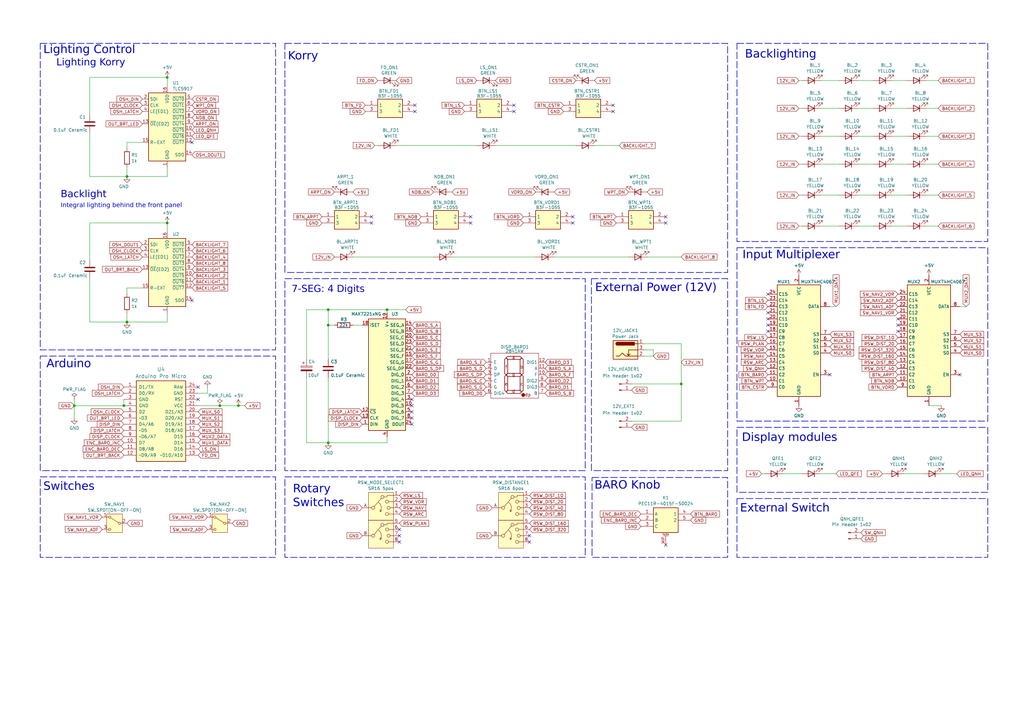
<source format=kicad_sch>
(kicad_sch (version 20231120) (generator "eeschema") (generator_version "8.0")
  (paper "A3")
  (title_block (title "EFIS Panel Left") (date "2024-12-08") (rev "V1.0") (company "S.K."))
  (junction (at 134.62 181.61))
  (junction (at 158.75 127))
  (junction (at 134.62 127))
  (junction (at 50.8 166.37))
  (junction (at 90.17 166.37))
  (junction (at 68.58 91.44))
  (junction (at 30.48 166.37))
  (junction (at 68.58 31.75))
  (junction (at 134.62 133.35))
  (junction (at 279.4 157.48))
  (junction (at 97.79 166.37))
  (junction (at 52.07 132.08))
  (junction (at 52.07 72.39))
  (no_connect (at 81.28 163.83))
  (no_connect (at 168.91 171.45))
  (no_connect (at 314.96 135.89))
  (no_connect (at 168.91 166.37))
  (no_connect (at 210.82 45.72))
  (no_connect (at 273.05 88.9))
  (no_connect (at 78.74 123.19))
  (no_connect (at 314.96 133.35))
  (no_connect (at 314.96 130.81))
  (no_connect (at 152.4 88.9))
  (no_connect (at 251.46 45.72))
  (no_connect (at 273.05 223.52))
  (no_connect (at 81.28 158.75))
  (no_connect (at 393.7 153.67))
  (no_connect (at 193.04 88.9))
  (no_connect (at 163.83 219.71))
  (no_connect (at 234.95 91.44))
  (no_connect (at 217.17 219.71))
  (no_connect (at 163.83 217.17))
  (no_connect (at 168.91 173.99))
  (no_connect (at 273.05 91.44))
  (no_connect (at 193.04 91.44))
  (no_connect (at 170.18 43.18))
  (no_connect (at 314.96 128.27))
  (no_connect (at 78.74 58.42))
  (no_connect (at 152.4 91.44))
  (no_connect (at 168.91 168.91))
  (no_connect (at 234.95 88.9))
  (no_connect (at 368.3 135.89))
  (no_connect (at 368.3 133.35))
  (no_connect (at 163.83 222.25))
  (no_connect (at 314.96 120.65))
  (no_connect (at 217.17 222.25))
  (no_connect (at 251.46 43.18))
  (no_connect (at 368.3 130.81))
  (no_connect (at 168.91 163.83))
  (no_connect (at 210.82 43.18))
  (no_connect (at 340.36 153.67))
  (no_connect (at 170.18 45.72))
  (wire (pts (xy 279.4 140.97) (xy 279.4 157.48)))
  (wire (pts (xy 134.62 181.61) (xy 125.73 181.61)))
  (wire (pts (xy 396.24 125.73) (xy 393.7 125.73)))
  (wire (pts (xy 336.55 44.45) (xy 344.17 44.45)))
  (wire (pts (xy 36.83 132.08) (xy 52.07 132.08)))
  (wire (pts (xy 351.79 33.02) (xy 358.14 33.02)))
  (wire (pts (xy 379.73 67.31) (xy 384.81 67.31)))
  (wire (pts (xy 125.73 147.32) (xy 125.73 127)))
  (wire (pts (xy 379.73 80.01) (xy 384.81 80.01)))
  (wire (pts (xy 52.07 118.11) (xy 52.07 120.65)))
  (wire (pts (xy 137.16 133.35) (xy 134.62 133.35)))
  (wire (pts (xy 52.07 72.39) (xy 68.58 72.39)))
  (wire (pts (xy 36.83 72.39) (xy 52.07 72.39)))
  (wire (pts (xy 158.75 181.61) (xy 134.62 181.61)))
  (wire (pts (xy 36.83 91.44) (xy 36.83 106.68)))
  (wire (pts (xy 336.55 194.31) (xy 342.9 194.31)))
  (wire (pts (xy 328.93 67.31) (xy 327.66 67.31)))
  (wire (pts (xy 386.08 194.31) (xy 392.43 194.31)))
  (wire (pts (xy 351.79 80.01) (xy 358.14 80.01)))
  (wire (pts (xy 154.94 59.69) (xy 153.67 59.69)))
  (wire (pts (xy 243.84 59.69) (xy 254 59.69)))
  (wire (pts (xy 264.16 140.97) (xy 279.4 140.97)))
  (wire (pts (xy 68.58 72.39) (xy 68.58 68.58)))
  (wire (pts (xy 52.07 68.58) (xy 52.07 72.39)))
  (wire (pts (xy 36.83 31.75) (xy 36.83 46.99)))
  (wire (pts (xy 264.16 146.05) (xy 267.97 146.05)))
  (wire (pts (xy 52.07 132.08) (xy 68.58 132.08)))
  (wire (pts (xy 52.07 128.27) (xy 52.07 132.08)))
  (wire (pts (xy 351.79 92.71) (xy 358.14 92.71)))
  (wire (pts (xy 30.48 166.37) (xy 50.8 166.37)))
  (wire (pts (xy 85.09 161.29) (xy 85.09 158.75)))
  (wire (pts (xy 90.17 166.37) (xy 97.79 166.37)))
  (wire (pts (xy 158.75 179.07) (xy 158.75 181.61)))
  (wire (pts (xy 30.48 163.83) (xy 30.48 166.37)))
  (wire (pts (xy 134.62 127) (xy 158.75 127)))
  (wire (pts (xy 379.73 33.02) (xy 384.81 33.02)))
  (wire (pts (xy 259.08 157.48) (xy 279.4 157.48)))
  (wire (pts (xy 327.66 33.02) (xy 328.93 33.02)))
  (wire (pts (xy 185.42 105.41) (xy 219.71 105.41)))
  (wire (pts (xy 58.42 58.42) (xy 52.07 58.42)))
  (wire (pts (xy 267.97 143.51) (xy 267.97 146.05)))
  (wire (pts (xy 370.84 194.31) (xy 378.46 194.31)))
  (wire (pts (xy 227.33 105.41) (xy 257.81 105.41)))
  (wire (pts (xy 379.73 92.71) (xy 384.81 92.71)))
  (wire (pts (xy 336.55 33.02) (xy 344.17 33.02)))
  (wire (pts (xy 336.55 67.31) (xy 344.17 67.31)))
  (wire (pts (xy 134.62 133.35) (xy 134.62 127)))
  (wire (pts (xy 134.62 133.35) (xy 134.62 147.32)))
  (wire (pts (xy 158.75 127) (xy 158.75 128.27)))
  (wire (pts (xy 365.76 44.45) (xy 372.11 44.45)))
  (wire (pts (xy 162.56 59.69) (xy 195.58 59.69)))
  (wire (pts (xy 365.76 92.71) (xy 372.11 92.71)))
  (wire (pts (xy 365.76 33.02) (xy 372.11 33.02)))
  (wire (pts (xy 81.28 161.29) (xy 85.09 161.29)))
  (wire (pts (xy 351.79 67.31) (xy 358.14 67.31)))
  (wire (pts (xy 36.83 54.61) (xy 36.83 72.39)))
  (wire (pts (xy 125.73 127) (xy 134.62 127)))
  (wire (pts (xy 144.78 133.35) (xy 148.59 133.35)))
  (wire (pts (xy 30.48 171.45) (xy 30.48 166.37)))
  (wire (pts (xy 144.78 105.41) (xy 177.8 105.41)))
  (wire (pts (xy 328.93 44.45) (xy 327.66 44.45)))
  (wire (pts (xy 379.73 44.45) (xy 384.81 44.45)))
  (wire (pts (xy 265.43 105.41) (xy 279.4 105.41)))
  (wire (pts (xy 351.79 44.45) (xy 358.14 44.45)))
  (wire (pts (xy 336.55 92.71) (xy 344.17 92.71)))
  (wire (pts (xy 36.83 91.44) (xy 68.58 91.44)))
  (wire (pts (xy 68.58 31.75) (xy 68.58 35.56)))
  (wire (pts (xy 365.76 67.31) (xy 372.11 67.31)))
  (wire (pts (xy 36.83 114.3) (xy 36.83 132.08)))
  (wire (pts (xy 264.16 143.51) (xy 267.97 143.51)))
  (wire (pts (xy 313.69 194.31) (xy 312.42 194.31)))
  (wire (pts (xy 279.4 172.72) (xy 279.4 157.48)))
  (wire (pts (xy 342.9 125.73) (xy 340.36 125.73)))
  (wire (pts (xy 321.31 194.31) (xy 328.93 194.31)))
  (wire (pts (xy 336.55 80.01) (xy 344.17 80.01)))
  (wire (pts (xy 52.07 58.42) (xy 52.07 60.96)))
  (wire (pts (xy 328.93 92.71) (xy 327.66 92.71)))
  (wire (pts (xy 68.58 91.44) (xy 68.58 95.25)))
  (wire (pts (xy 166.37 127) (xy 158.75 127)))
  (wire (pts (xy 58.42 118.11) (xy 52.07 118.11)))
  (wire (pts (xy 381 166.37) (xy 386.08 166.37)))
  (wire (pts (xy 351.79 55.88) (xy 358.14 55.88)))
  (wire (pts (xy 81.28 166.37) (xy 90.17 166.37)))
  (wire (pts (xy 203.2 59.69) (xy 236.22 59.69)))
  (wire (pts (xy 97.79 166.37) (xy 100.33 166.37)))
  (wire (pts (xy 36.83 31.75) (xy 68.58 31.75)))
  (wire (pts (xy 365.76 55.88) (xy 372.11 55.88)))
  (wire (pts (xy 68.58 132.08) (xy 68.58 128.27)))
  (wire (pts (xy 363.22 194.31) (xy 361.95 194.31)))
  (wire (pts (xy 365.76 80.01) (xy 372.11 80.01)))
  (wire (pts (xy 259.08 172.72) (xy 279.4 172.72)))
  (wire (pts (xy 50.8 163.83) (xy 50.8 166.37)))
  (wire (pts (xy 379.73 55.88) (xy 384.81 55.88)))
  (wire (pts (xy 134.62 154.94) (xy 134.62 181.61)))
  (wire (pts (xy 328.93 80.01) (xy 327.66 80.01)))
  (wire (pts (xy 328.93 55.88) (xy 327.66 55.88)))
  (wire (pts (xy 336.55 55.88) (xy 344.17 55.88)))
  (wire (pts (xy 125.73 154.94) (xy 125.73 181.61)))
  (rectangle (start 116.84 195.58) (end 240.03 228.6) (stroke (width 0.254) (type dash)))
  (rectangle (start 242.57 114.3) (end 298.45 193.04) (stroke (width 0.254) (type dash)))
  (rectangle (start 302.26 175.26) (end 405.13 201.93) (stroke (width 0.254) (type dash)))
  (rectangle (start 16.51 17.78) (end 113.03 143.51) (stroke (width 0.254) (type dash)))
  (rectangle (start 302.26 101.6) (end 405.13 172.72) (stroke (width 0.254) (type dash)))
  (rectangle (start 116.84 114.3) (end 240.03 193.04) (stroke (width 0.254) (type dash)))
  (rectangle (start 302.26 204.47) (end 405.13 228.6) (stroke (width 0.254) (type dash)))
  (rectangle (start 16.51 195.58) (end 113.03 228.6) (stroke (width 0.254) (type dash)))
  (rectangle (start 242.824 195.834) (end 298.45 228.6) (stroke (width 0.254) (type dash)))
  (rectangle (start 302.26 17.78) (end 405.13 99.06) (stroke (width 0.254) (type dash)))
  (rectangle (start 16.51 146.05) (end 113.03 193.04) (stroke (width 0.254) (type dash)))
  (rectangle (start 116.84 17.78) (end 298.45 111.76) (stroke (width 0.254) (type dash)))
  (text "Switches" (at 17.78 198.628 0) (effects (font (size 3.3782 3.3782)) (justify left top)))
  (text "Backlighting" (at 305.562 21.336 0) (effects (font (size 3.3782 3.3782)) (justify left top)))
  (text "7-SEG: 4 Digits\n" (at 119.634 117.856 0) (effects (font (size 2.8448 2.8448)) (justify left top)))
  (text "Arduino" (at 19.05 148.336 0) (effects (font (size 3.3782 3.3782)) (justify left top)))
  (text "BARO Knob" (at 243.84 198.12 0) (effects (font (size 3.3782 3.3782)) (justify left top)))
  (text "Display modules" (at 304.292 178.562 0) (effects (font (size 3.3782 3.3782)) (justify left top)))
  (text "Rotary\nSwitches" (at 120.142 199.644 0) (effects (font (size 3.3782 3.3782)) (justify left top)))
  (text "Korry" (at 118.11 22.098 0) (effects (font (size 3.3782 3.3782)) (justify left top)))
  (text "External Switch" (at 303.53 207.518 0) (effects (font (size 3.3782 3.3782)) (justify left top)))
  (text "Input Multiplexer" (at 304.546 103.632 0) (effects (font (size 3.3782 3.3782)) (justify left top)))
  (text "External Power (12V)" (at 244.094 117.094 0) (effects (font (size 3.3782 3.3782)) (justify left top)))
  (text "Lighting Korry" (at 23.114 24.892 0) (effects (font (size 2.8956 2.8956)) (justify left top)))
  (text "Lighting Control" (at 17.78 19.4818 0) (effects (font (size 3.3782 3.3782)) (justify left top)))
  (text "Integral lighting behind the front panel" (at 24.892 83.82 0) (effects (font (size 1.8288 1.8288)) (justify left top)))
  (text "Backlight" (at 24.892 78.9432 0) (effects (font (size 2.8956 2.8956)) (justify left top)))
  (global_label "BACKLIGHT_7" (shape input) (at 78.74 100.33 0) (property "Intersheetrefs" "${INTERSHEET_REFS}" (effects (hide yes))))
  (global_label "OSH_LATCH" (shape input) (at 50.8 161.29 180) (property "Intersheetrefs" "${INTERSHEET_REFS}" (effects (hide yes))))
  (global_label "CSTR_ON" (shape input) (at 236.22 33.02 180) (property "Intersheetrefs" "${INTERSHEET_REFS}" (effects (hide yes))))
  (global_label "12V_IN" (shape input) (at 327.66 80.01 180) (property "Intersheetrefs" "${INTERSHEET_REFS}" (effects (hide yes))))
  (global_label "MUX2_DATA" (shape input) (at 396.24 125.73 90) (property "Intersheetrefs" "${INTERSHEET_REFS}" (effects (hide yes))))
  (global_label "GND" (shape input) (at 52.07 214.63 0) (property "Intersheetrefs" "${INTERSHEET_REFS}" (effects (hide yes))))
  (global_label "SW_NAV2_VOR" (shape input) (at 368.3 120.65 180) (property "Intersheetrefs" "${INTERSHEET_REFS}" (effects (hide yes))))
  (global_label "SW_NAV2_ADF" (shape input) (at 85.09 217.17 180) (property "Intersheetrefs" "${INTERSHEET_REFS}" (effects (hide yes))))
  (global_label "OSH_DOUT1" (shape input) (at 58.42 100.33 180) (property "Intersheetrefs" "${INTERSHEET_REFS}" (effects (hide yes))))
  (global_label "GND" (shape input) (at 30.48 166.37 180) (property "Intersheetrefs" "${INTERSHEET_REFS}" (effects (hide yes))))
  (global_label "RSW_DIST_320" (shape input) (at 217.17 217.17 0) (property "Intersheetrefs" "${INTERSHEET_REFS}" (effects (hide yes))))
  (global_label "GND" (shape input) (at 132.08 91.44 180) (property "Intersheetrefs" "${INTERSHEET_REFS}" (effects (hide yes))))
  (global_label "+5V" (shape input) (at 185.42 78.74 0) (property "Intersheetrefs" "${INTERSHEET_REFS}" (effects (hide yes))))
  (global_label "GND" (shape input) (at 148.59 219.71 180) (property "Intersheetrefs" "${INTERSHEET_REFS}" (effects (hide yes))))
  (global_label "RSW_DIST_10" (shape input) (at 217.17 203.2 0) (property "Intersheetrefs" "${INTERSHEET_REFS}" (effects (hide yes))))
  (global_label "ENC_BARO_DEC" (shape input) (at 50.8 184.15 180) (property "Intersheetrefs" "${INTERSHEET_REFS}" (effects (hide yes))))
  (global_label "BTN_ARPT" (shape input) (at 132.08 88.9 180) (property "Intersheetrefs" "${INTERSHEET_REFS}" (effects (hide yes))))
  (global_label "DISP_CLOCK" (shape input) (at 50.8 179.07 180) (property "Intersheetrefs" "${INTERSHEET_REFS}" (effects (hide yes))))
  (global_label "OSH_CLOCK" (shape input) (at 58.42 102.87 180) (property "Intersheetrefs" "${INTERSHEET_REFS}" (effects (hide yes))))
  (global_label "RSW_LS" (shape input) (at 163.83 203.2 0) (property "Intersheetrefs" "${INTERSHEET_REFS}" (effects (hide yes))))
  (global_label "+5V" (shape input) (at 265.43 78.74 0) (property "Intersheetrefs" "${INTERSHEET_REFS}" (effects (hide yes))))
  (global_label "MUX_S1" (shape input) (at 81.28 171.45 0) (property "Intersheetrefs" "${INTERSHEET_REFS}" (effects (hide yes))))
  (global_label "OUT_BRT_LED" (shape input) (at 50.8 171.45 180) (property "Intersheetrefs" "${INTERSHEET_REFS}" (effects (hide yes))))
  (global_label "MUX_S2" (shape input) (at 393.7 139.7 0) (property "Intersheetrefs" "${INTERSHEET_REFS}" (effects (hide yes))))
  (global_label "+5V" (shape input) (at 361.95 194.31 180) (property "Intersheetrefs" "${INTERSHEET_REFS}" (effects (hide yes))))
  (global_label "BTN_FD" (shape input) (at 149.86 43.18 180) (property "Intersheetrefs" "${INTERSHEET_REFS}" (effects (hide yes))))
  (global_label "12V_IN" (shape input) (at 137.16 105.41 180) (property "Intersheetrefs" "${INTERSHEET_REFS}" (effects (hide yes))))
  (global_label "OSH_DOUT1" (shape input) (at 78.74 63.5 0) (property "Intersheetrefs" "${INTERSHEET_REFS}" (effects (hide yes))))
  (global_label "BACKLIGHT_8" (shape input) (at 78.74 107.95 0) (property "Intersheetrefs" "${INTERSHEET_REFS}" (effects (hide yes))))
  (global_label "BARO_S_C" (shape input) (at 168.91 138.43 0) (property "Intersheetrefs" "${INTERSHEET_REFS}" (effects (hide yes))))
  (global_label "BACKLIGHT_6" (shape input) (at 384.81 92.71 0) (property "Intersheetrefs" "${INTERSHEET_REFS}" (effects (hide yes))))
  (global_label "LED_QFE" (shape input) (at 342.9 194.31 0) (property "Intersheetrefs" "${INTERSHEET_REFS}" (effects (hide yes))))
  (global_label "BTN_CSTR" (shape input) (at 314.96 158.75 180) (property "Intersheetrefs" "${INTERSHEET_REFS}" (effects (hide yes))))
  (global_label "WPT_ON" (shape input) (at 78.74 43.18 0) (property "Intersheetrefs" "${INTERSHEET_REFS}" (effects (hide yes))))
  (global_label "DISP_CLOCK" (shape input) (at 148.59 171.45 180) (property "Intersheetrefs" "${INTERSHEET_REFS}" (effects (hide yes))))
  (global_label "RSW_PLAN" (shape input) (at 163.83 214.63 0) (property "Intersheetrefs" "${INTERSHEET_REFS}" (effects (hide yes))))
  (global_label "BARO_S_D" (shape input) (at 199.39 151.13 180) (property "Intersheetrefs" "${INTERSHEET_REFS}" (effects (hide yes))))
  (global_label "GND" (shape input) (at 149.86 45.72 180) (property "Intersheetrefs" "${INTERSHEET_REFS}" (effects (hide yes))))
  (global_label "BARO_D0" (shape input) (at 168.91 153.67 0) (property "Intersheetrefs" "${INTERSHEET_REFS}" (effects (hide yes))))
  (global_label "RSW_DIST_160" (shape input) (at 217.17 214.63 0) (property "Intersheetrefs" "${INTERSHEET_REFS}" (effects (hide yes))))
  (global_label "BACKLIGHT_3" (shape input) (at 384.81 55.88 0) (property "Intersheetrefs" "${INTERSHEET_REFS}" (effects (hide yes))))
  (global_label "RSW_NAV" (shape input) (at 163.83 208.28 0) (property "Intersheetrefs" "${INTERSHEET_REFS}" (effects (hide yes))))
  (global_label "GND" (shape input) (at 259.08 160.02 0) (property "Intersheetrefs" "${INTERSHEET_REFS}" (effects (hide yes))))
  (global_label "MUX_S0" (shape input) (at 340.36 144.78 0) (property "Intersheetrefs" "${INTERSHEET_REFS}" (effects (hide yes))))
  (global_label "BACKLIGHT_1" (shape input) (at 384.81 33.02 0) (property "Intersheetrefs" "${INTERSHEET_REFS}" (effects (hide yes))))
  (global_label "RSW_PLAN" (shape input) (at 314.96 140.97 180) (property "Intersheetrefs" "${INTERSHEET_REFS}" (effects (hide yes))))
  (global_label "MUX_S0" (shape input) (at 81.28 168.91 0) (property "Intersheetrefs" "${INTERSHEET_REFS}" (effects (hide yes))))
  (global_label "FD_ON" (shape input) (at 81.28 186.69 0) (property "Intersheetrefs" "${INTERSHEET_REFS}" (effects (hide yes))))
  (global_label "MUX_S3" (shape input) (at 81.28 176.53 0) (property "Intersheetrefs" "${INTERSHEET_REFS}" (effects (hide yes))))
  (global_label "GND" (shape input) (at 252.73 91.44 180) (property "Intersheetrefs" "${INTERSHEET_REFS}" (effects (hide yes))))
  (global_label "BTN_ARPT" (shape input) (at 368.3 153.67 180) (property "Intersheetrefs" "${INTERSHEET_REFS}" (effects (hide yes))))
  (global_label "BTN_LS" (shape input) (at 314.96 123.19 180) (property "Intersheetrefs" "${INTERSHEET_REFS}" (effects (hide yes))))
  (global_label "CSTR_ON" (shape input) (at 78.74 40.64 0) (property "Intersheetrefs" "${INTERSHEET_REFS}" (effects (hide yes))))
  (global_label "BARO_S_B" (shape input) (at 168.91 135.89 0) (property "Intersheetrefs" "${INTERSHEET_REFS}" (effects (hide yes))))
  (global_label "MUX1_DATA" (shape input) (at 342.9 125.73 90) (property "Intersheetrefs" "${INTERSHEET_REFS}" (effects (hide yes))))
  (global_label "GND" (shape input) (at 231.14 45.72 180) (property "Intersheetrefs" "${INTERSHEET_REFS}" (effects (hide yes))))
  (global_label "RSW_DIST_80" (shape input) (at 368.3 148.59 180) (property "Intersheetrefs" "${INTERSHEET_REFS}" (effects (hide yes))))
  (global_label "BACKLIGHT_4" (shape input) (at 78.74 105.41 0) (property "Intersheetrefs" "${INTERSHEET_REFS}" (effects (hide yes))))
  (global_label "OSH_LATCH" (shape input) (at 58.42 105.41 180) (property "Intersheetrefs" "${INTERSHEET_REFS}" (effects (hide yes))))
  (global_label "12V_IN" (shape input) (at 279.4 148.59 0) (property "Intersheetrefs" "${INTERSHEET_REFS}" (effects (hide yes))))
  (global_label "RSW_DIST_10" (shape input) (at 368.3 138.43 180) (property "Intersheetrefs" "${INTERSHEET_REFS}" (effects (hide yes))))
  (global_label "RSW_DIST_20" (shape input) (at 368.3 140.97 180) (property "Intersheetrefs" "${INTERSHEET_REFS}" (effects (hide yes))))
  (global_label "12V_IN" (shape input) (at 327.66 33.02 180) (property "Intersheetrefs" "${INTERSHEET_REFS}" (effects (hide yes))))
  (global_label "SW_QNH" (shape input) (at 314.96 151.13 180) (property "Intersheetrefs" "${INTERSHEET_REFS}" (effects (hide yes))))
  (global_label "BARO_S_F" (shape input) (at 223.52 153.67 0) (property "Intersheetrefs" "${INTERSHEET_REFS}" (effects (hide yes))))
  (global_label "RSW_VOR" (shape input) (at 163.83 205.74 0) (property "Intersheetrefs" "${INTERSHEET_REFS}" (effects (hide yes))))
  (global_label "OSH_LATCH" (shape input) (at 58.42 45.72 180) (property "Intersheetrefs" "${INTERSHEET_REFS}" (effects (hide yes))))
  (global_label "MUX1_DATA" (shape input) (at 81.28 181.61 0) (property "Intersheetrefs" "${INTERSHEET_REFS}" (effects (hide yes))))
  (global_label "BACKLIGHT_3" (shape input) (at 78.74 110.49 0) (property "Intersheetrefs" "${INTERSHEET_REFS}" (effects (hide yes))))
  (global_label "RSW_NAV" (shape input) (at 314.96 146.05 180) (property "Intersheetrefs" "${INTERSHEET_REFS}" (effects (hide yes))))
  (global_label "SW_NAV2_VOR" (shape input) (at 85.09 212.09 180) (property "Intersheetrefs" "${INTERSHEET_REFS}" (effects (hide yes))))
  (global_label "GND" (shape input) (at 172.72 91.44 180) (property "Intersheetrefs" "${INTERSHEET_REFS}" (effects (hide yes))))
  (global_label "MUX_S1" (shape input) (at 340.36 142.24 0) (property "Intersheetrefs" "${INTERSHEET_REFS}" (effects (hide yes))))
  (global_label "RSW_DIST_160" (shape input) (at 368.3 146.05 180) (property "Intersheetrefs" "${INTERSHEET_REFS}" (effects (hide yes))))
  (global_label "BARO_D1" (shape input) (at 168.91 156.21 0) (property "Intersheetrefs" "${INTERSHEET_REFS}" (effects (hide yes))))
  (global_label "ARPT_ON" (shape input) (at 137.16 78.74 180) (property "Intersheetrefs" "${INTERSHEET_REFS}" (effects (hide yes))))
  (global_label "BTN_VORD" (shape input) (at 214.63 88.9 180) (property "Intersheetrefs" "${INTERSHEET_REFS}" (effects (hide yes))))
  (global_label "RSW_ARC" (shape input) (at 314.96 148.59 180) (property "Intersheetrefs" "${INTERSHEET_REFS}" (effects (hide yes))))
  (global_label "LED_QFE" (shape input) (at 78.74 55.88 0) (property "Intersheetrefs" "${INTERSHEET_REFS}" (effects (hide yes))))
  (global_label "FD_ON" (shape input) (at 154.94 33.02 180) (property "Intersheetrefs" "${INTERSHEET_REFS}" (effects (hide yes))))
  (global_label "BTN_BARO" (shape input) (at 314.96 153.67 180) (property "Intersheetrefs" "${INTERSHEET_REFS}" (effects (hide yes))))
  (global_label "BARO_S_E" (shape input) (at 168.91 143.51 0) (property "Intersheetrefs" "${INTERSHEET_REFS}" (effects (hide yes))))
  (global_label "RSW_LS" (shape input) (at 314.96 138.43 180) (property "Intersheetrefs" "${INTERSHEET_REFS}" (effects (hide yes))))
  (global_label "BARO_S_A" (shape input) (at 223.52 151.13 0) (property "Intersheetrefs" "${INTERSHEET_REFS}" (effects (hide yes))))
  (global_label "OUT_BRT_BACK" (shape input) (at 50.8 186.69 180) (property "Intersheetrefs" "${INTERSHEET_REFS}" (effects (hide yes))))
  (global_label "ENC_BARO_INC" (shape input) (at 262.89 213.36 180) (property "Intersheetrefs" "${INTERSHEET_REFS}" (effects (hide yes))))
  (global_label "MUX_S0" (shape input) (at 393.7 144.78 0) (property "Intersheetrefs" "${INTERSHEET_REFS}" (effects (hide yes))))
  (global_label "ARPT_ON" (shape input) (at 78.74 50.8 0) (property "Intersheetrefs" "${INTERSHEET_REFS}" (effects (hide yes))))
  (global_label "12V_IN" (shape input) (at 327.66 55.88 180) (property "Intersheetrefs" "${INTERSHEET_REFS}" (effects (hide yes))))
  (global_label "GND" (shape input) (at 259.08 175.26 0) (property "Intersheetrefs" "${INTERSHEET_REFS}" (effects (hide yes))))
  (global_label "BARO_S_G" (shape input) (at 168.91 148.59 0) (property "Intersheetrefs" "${INTERSHEET_REFS}" (effects (hide yes))))
  (global_label "BTN_FD" (shape input) (at 314.96 125.73 180) (property "Intersheetrefs" "${INTERSHEET_REFS}" (effects (hide yes))))
  (global_label "+5V" (shape input) (at 100.33 166.37 0) (property "Intersheetrefs" "${INTERSHEET_REFS}" (effects (hide yes))))
  (global_label "RSW_DIST_40" (shape input) (at 217.17 208.28 0) (property "Intersheetrefs" "${INTERSHEET_REFS}" (effects (hide yes))))
  (global_label "BARO_D3" (shape input) (at 168.91 161.29 0) (property "Intersheetrefs" "${INTERSHEET_REFS}" (effects (hide yes))))
  (global_label "MUX_S3" (shape input) (at 340.36 137.16 0) (property "Intersheetrefs" "${INTERSHEET_REFS}" (effects (hide yes))))
  (global_label "NDB_ON" (shape input) (at 177.8 78.74 180) (property "Intersheetrefs" "${INTERSHEET_REFS}" (effects (hide yes))))
  (global_label "BTN_NDB" (shape input) (at 368.3 156.21 180) (property "Intersheetrefs" "${INTERSHEET_REFS}" (effects (hide yes))))
  (global_label "OUT_BRT_BACK" (shape input) (at 58.42 110.49 180) (property "Intersheetrefs" "${INTERSHEET_REFS}" (effects (hide yes))))
  (global_label "BARO_S_C" (shape input) (at 199.39 156.21 180) (property "Intersheetrefs" "${INTERSHEET_REFS}" (effects (hide yes))))
  (global_label "12V_IN" (shape input) (at 327.66 44.45 180) (property "Intersheetrefs" "${INTERSHEET_REFS}" (effects (hide yes))))
  (global_label "RSW_DIST_80" (shape input) (at 217.17 210.82 0) (property "Intersheetrefs" "${INTERSHEET_REFS}" (effects (hide yes))))
  (global_label "LS_ON" (shape input) (at 81.28 184.15 0) (property "Intersheetrefs" "${INTERSHEET_REFS}" (effects (hide yes))))
  (global_label "BARO_S_E" (shape input) (at 199.39 148.59 180) (property "Intersheetrefs" "${INTERSHEET_REFS}" (effects (hide yes))))
  (global_label "DISP_LATCH" (shape input) (at 148.59 168.91 180) (property "Intersheetrefs" "${INTERSHEET_REFS}" (effects (hide yes))))
  (global_label "DISP_DIN" (shape input) (at 50.8 173.99 180) (property "Intersheetrefs" "${INTERSHEET_REFS}" (effects (hide yes))))
  (global_label "GND" (shape input) (at 190.5 45.72 180) (property "Intersheetrefs" "${INTERSHEET_REFS}" (effects (hide yes))))
  (global_label "VORD_ON" (shape input) (at 219.71 78.74 180) (property "Intersheetrefs" "${INTERSHEET_REFS}" (effects (hide yes))))
  (global_label "SW_NAV1_VOR" (shape input) (at 368.3 128.27 180) (property "Intersheetrefs" "${INTERSHEET_REFS}" (effects (hide yes))))
  (global_label "ENC_BARO_DEC" (shape input) (at 262.89 210.82 180) (property "Intersheetrefs" "${INTERSHEET_REFS}" (effects (hide yes))))
  (global_label "DISP_LATCH" (shape input) (at 50.8 176.53 180) (property "Intersheetrefs" "${INTERSHEET_REFS}" (effects (hide yes))))
  (global_label "OSH_DIN" (shape input) (at 58.42 40.64 180) (property "Intersheetrefs" "${INTERSHEET_REFS}" (effects (hide yes))))
  (global_label "BARO_S_F" (shape input) (at 168.91 146.05 0) (property "Intersheetrefs" "${INTERSHEET_REFS}" (effects (hide yes))))
  (global_label "12V_IN" (shape input) (at 327.66 67.31 180) (property "Intersheetrefs" "${INTERSHEET_REFS}" (effects (hide yes))))
  (global_label "OSH_CLOCK" (shape input) (at 50.8 168.91 180) (property "Intersheetrefs" "${INTERSHEET_REFS}" (effects (hide yes))))
  (global_label "GND" (shape input) (at 95.25 214.63 0) (property "Intersheetrefs" "${INTERSHEET_REFS}" (effects (hide yes))))
  (global_label "BACKLIGHT_5" (shape input) (at 78.74 118.11 0) (property "Intersheetrefs" "${INTERSHEET_REFS}" (effects (hide yes))))
  (global_label "BARO_D0" (shape input) (at 199.39 161.29 180) (property "Intersheetrefs" "${INTERSHEET_REFS}" (effects (hide yes))))
  (global_label "12V_IN" (shape input) (at 153.67 59.69 180) (property "Intersheetrefs" "${INTERSHEET_REFS}" (effects (hide yes))))
  (global_label "BARO_S_DP" (shape input) (at 168.91 151.13 0) (property "Intersheetrefs" "${INTERSHEET_REFS}" (effects (hide yes))))
  (global_label "BARO_S_B" (shape input) (at 223.52 161.29 0) (property "Intersheetrefs" "${INTERSHEET_REFS}" (effects (hide yes))))
  (global_label "BARO_D2" (shape input) (at 223.52 156.21 0) (property "Intersheetrefs" "${INTERSHEET_REFS}" (effects (hide yes))))
  (global_label "12V_IN" (shape input) (at 327.66 92.71 180) (property "Intersheetrefs" "${INTERSHEET_REFS}" (effects (hide yes))))
  (global_label "+5V" (shape input) (at 227.33 78.74 0) (property "Intersheetrefs" "${INTERSHEET_REFS}" (effects (hide yes))))
  (global_label "BARO_D2" (shape input) (at 168.91 158.75 0) (property "Intersheetrefs" "${INTERSHEET_REFS}" (effects (hide yes))))
  (global_label "BACKLIGHT_6" (shape input) (at 78.74 102.87 0) (property "Intersheetrefs" "${INTERSHEET_REFS}" (effects (hide yes))))
  (global_label "BARO_S_A" (shape input) (at 168.91 133.35 0) (property "Intersheetrefs" "${INTERSHEET_REFS}" (effects (hide yes))))
  (global_label "RSW_DIST_320" (shape input) (at 368.3 143.51 180) (property "Intersheetrefs" "${INTERSHEET_REFS}" (effects (hide yes))))
  (global_label "ENC_BARO_INC" (shape input) (at 50.8 181.61 180) (property "Intersheetrefs" "${INTERSHEET_REFS}" (effects (hide yes))))
  (global_label "BARO_S_D" (shape input) (at 168.91 140.97 0) (property "Intersheetrefs" "${INTERSHEET_REFS}" (effects (hide yes))))
  (global_label "BTN_NDB" (shape input) (at 172.72 88.9 180) (property "Intersheetrefs" "${INTERSHEET_REFS}" (effects (hide yes))))
  (global_label "GND" (shape input) (at 353.06 220.98 0) (property "Intersheetrefs" "${INTERSHEET_REFS}" (effects (hide yes))))
  (global_label "RSW_DIST_20" (shape input) (at 217.17 205.74 0) (property "Intersheetrefs" "${INTERSHEET_REFS}" (effects (hide yes))))
  (global_label "BARO_S_G" (shape input) (at 199.39 158.75 180) (property "Intersheetrefs" "${INTERSHEET_REFS}" (effects (hide yes))))
  (global_label "GND" (shape input) (at 201.93 208.28 180) (property "Intersheetrefs" "${INTERSHEET_REFS}" (effects (hide yes))))
  (global_label "MUX_S2" (shape input) (at 81.28 173.99 0) (property "Intersheetrefs" "${INTERSHEET_REFS}" (effects (hide yes))))
  (global_label "BTN_WPT" (shape input) (at 314.96 156.21 180) (property "Intersheetrefs" "${INTERSHEET_REFS}" (effects (hide yes))))
  (global_label "GND" (shape input) (at 201.93 219.71 180) (property "Intersheetrefs" "${INTERSHEET_REFS}" (effects (hide yes))))
  (global_label "SW_NAV1_ADF" (shape input) (at 368.3 125.73 180) (property "Intersheetrefs" "${INTERSHEET_REFS}" (effects (hide yes))))
  (global_label "BTN_BARO" (shape input) (at 283.21 210.82 0) (property "Intersheetrefs" "${INTERSHEET_REFS}" (effects (hide yes))))
  (global_label "MUX_S2" (shape input) (at 340.36 139.7 0) (property "Intersheetrefs" "${INTERSHEET_REFS}" (effects (hide yes))))
  (global_label "GND" (shape input) (at 214.63 91.44 180) (property "Intersheetrefs" "${INTERSHEET_REFS}" (effects (hide yes))))
  (global_label "BTN_CSTR" (shape input) (at 231.14 43.18 180) (property "Intersheetrefs" "${INTERSHEET_REFS}" (effects (hide yes))))
  (global_label "BACKLIGHT_7" (shape input) (at 254 59.69 0) (property "Intersheetrefs" "${INTERSHEET_REFS}" (effects (hide yes))))
  (global_label "DISP_DIN" (shape input) (at 148.59 173.99 180) (property "Intersheetrefs" "${INTERSHEET_REFS}" (effects (hide yes))))
  (global_label "SW_NAV1_VOR" (shape input) (at 41.91 212.09 180) (property "Intersheetrefs" "${INTERSHEET_REFS}" (effects (hide yes))))
  (global_label "VORD_ON" (shape input) (at 78.74 45.72 0) (property "Intersheetrefs" "${INTERSHEET_REFS}" (effects (hide yes))))
  (global_label "MUX2_DATA" (shape input) (at 81.28 179.07 0) (property "Intersheetrefs" "${INTERSHEET_REFS}" (effects (hide yes))))
  (global_label "SW_NAV2_ADF" (shape input) (at 368.3 123.19 180) (property "Intersheetrefs" "${INTERSHEET_REFS}" (effects (hide yes))))
  (global_label "RSW_VOR" (shape input) (at 314.96 143.51 180) (property "Intersheetrefs" "${INTERSHEET_REFS}" (effects (hide yes))))
  (global_label "+5V" (shape input) (at 312.42 194.31 180) (property "Intersheetrefs" "${INTERSHEET_REFS}" (effects (hide yes))))
  (global_label "RSW_DIST_40" (shape input) (at 368.3 151.13 180) (property "Intersheetrefs" "${INTERSHEET_REFS}" (effects (hide yes))))
  (global_label "OUT_BRT_LED" (shape input) (at 58.42 50.8 180) (property "Intersheetrefs" "${INTERSHEET_REFS}" (effects (hide yes))))
  (global_label "BACKLIGHT_8" (shape input) (at 279.4 105.41 0) (property "Intersheetrefs" "${INTERSHEET_REFS}" (effects (hide yes))))
  (global_label "LED_QNH" (shape input) (at 78.74 53.34 0) (property "Intersheetrefs" "${INTERSHEET_REFS}" (effects (hide yes))))
  (global_label "BACKLIGHT_5" (shape input) (at 384.81 80.01 0) (property "Intersheetrefs" "${INTERSHEET_REFS}" (effects (hide yes))))
  (global_label "LS_ON" (shape input) (at 195.58 33.02 180) (property "Intersheetrefs" "${INTERSHEET_REFS}" (effects (hide yes))))
  (global_label "GND" (shape input) (at 267.97 146.05 0) (property "Intersheetrefs" "${INTERSHEET_REFS}" (effects (hide yes))))
  (global_label "BARO_D1" (shape input) (at 223.52 158.75 0) (property "Intersheetrefs" "${INTERSHEET_REFS}" (effects (hide yes))))
  (global_label "NDB_ON" (shape input) (at 78.74 48.26 0) (property "Intersheetrefs" "${INTERSHEET_REFS}" (effects (hide yes))))
  (global_label "GND" (shape input) (at 148.59 208.28 180) (property "Intersheetrefs" "${INTERSHEET_REFS}" (effects (hide yes))))
  (global_label "GND" (shape input) (at 262.89 215.9 180) (property "Intersheetrefs" "${INTERSHEET_REFS}" (effects (hide yes))))
  (global_label "BACKLIGHT_2" (shape input) (at 78.74 113.03 0) (property "Intersheetrefs" "${INTERSHEET_REFS}" (effects (hide yes))))
  (global_label "OSH_CLOCK" (shape input) (at 58.42 43.18 180) (property "Intersheetrefs" "${INTERSHEET_REFS}" (effects (hide yes))))
  (global_label "SW_QNH" (shape input) (at 353.06 218.44 0) (property "Intersheetrefs" "${INTERSHEET_REFS}" (effects (hide yes))))
  (global_label "MUX_S3" (shape input) (at 393.7 137.16 0) (property "Intersheetrefs" "${INTERSHEET_REFS}" (effects (hide yes))))
  (global_label "GND" (shape input) (at 283.21 213.36 0) (property "Intersheetrefs" "${INTERSHEET_REFS}" (effects (hide yes))))
  (global_label "+5V" (shape input) (at 144.78 78.74 0) (property "Intersheetrefs" "${INTERSHEET_REFS}" (effects (hide yes))))
  (global_label "LED_QNH" (shape input) (at 392.43 194.31 0) (property "Intersheetrefs" "${INTERSHEET_REFS}" (effects (hide yes))))
  (global_label "SW_NAV1_ADF" (shape input) (at 41.91 217.17 180) (property "Intersheetrefs" "${INTERSHEET_REFS}" (effects (hide yes))))
  (global_label "BARO_D3" (shape input) (at 223.52 148.59 0) (property "Intersheetrefs" "${INTERSHEET_REFS}" (effects (hide yes))))
  (global_label "BARO_S_DP" (shape input) (at 199.39 153.67 180) (property "Intersheetrefs" "${INTERSHEET_REFS}" (effects (hide yes))))
  (global_label "GND" (shape input) (at 162.56 33.02 0) (property "Intersheetrefs" "${INTERSHEET_REFS}" (effects (hide yes))))
  (global_label "BTN_LS" (shape input) (at 190.5 43.18 180) (property "Intersheetrefs" "${INTERSHEET_REFS}" (effects (hide yes))))
  (global_label "BACKLIGHT_4" (shape input) (at 384.81 67.31 0) (property "Intersheetrefs" "${INTERSHEET_REFS}" (effects (hide yes))))
  (global_label "BTN_VORD" (shape input) (at 368.3 158.75 180) (property "Intersheetrefs" "${INTERSHEET_REFS}" (effects (hide yes))))
  (global_label "BACKLIGHT_1" (shape input) (at 78.74 115.57 0) (property "Intersheetrefs" "${INTERSHEET_REFS}" (effects (hide yes))))
  (global_label "GND" (shape input) (at 203.2 33.02 0) (property "Intersheetrefs" "${INTERSHEET_REFS}" (effects (hide yes))))
  (global_label "BTN_WPT" (shape input) (at 252.73 88.9 180) (property "Intersheetrefs" "${INTERSHEET_REFS}" (effects (hide yes))))
  (global_label "RSW_ARC" (shape input) (at 163.83 210.82 0) (property "Intersheetrefs" "${INTERSHEET_REFS}" (effects (hide yes))))
  (global_label "+5V" (shape input) (at 166.37 127 0) (property "Intersheetrefs" "${INTERSHEET_REFS}" (effects (hide yes))))
  (global_label "OSH_DIN" (shape input) (at 50.8 158.75 180) (property "Intersheetrefs" "${INTERSHEET_REFS}" (effects (hide yes))))
  (global_label "+5V" (shape input) (at 243.84 33.02 0) (property "Intersheetrefs" "${INTERSHEET_REFS}" (effects (hide yes))))
  (global_label "BACKLIGHT_2" (shape input) (at 384.81 44.45 0) (property "Intersheetrefs" "${INTERSHEET_REFS}" (effects (hide yes))))
  (global_label "MUX_S1" (shape input) (at 393.7 142.24 0) (property "Intersheetrefs" "${INTERSHEET_REFS}" (effects (hide yes))))
  (global_label "WPT_ON" (shape input) (at 257.81 78.74 180) (property "Intersheetrefs" "${INTERSHEET_REFS}" (effects (hide yes))))
  (symbol (lib_id "Connector:Barrel_Jack_Switch") (at 256.54 143.51 0) (unit 1)
    (property "Reference" "12V_JACK1" (at 256.54 135.5555 0))
    (property "Value" "Power Jack" (at 256.54 137.9798 0))
    (property "Footprint" "Connector_BarrelJack:BarrelJack_Horizontal" (effects (hide yes)))
    (property "Description" "DC Barrel Jack with an internal switch" (effects (hide yes)))
  )
  (symbol (lib_id "Device:LED") (at 347.98 33.02 180) (unit 1)
    (property "Reference" "BL_2" (at 349.5675 26.7165 0))
    (property "Value" "YELLOW" (at 349.5675 29.1408 0))
    (property "Footprint" "LED_THT:LED_D3.0mm" (effects (hide yes)))
    (property "Description" "Light emitting diode" (effects (hide yes)))
  )
  (symbol (lib_id "Device:R") (at 52.07 124.46 0) (unit 1)
    (property "Reference" "R2" (at 53.848 123.2478 0) (effects (justify left)))
    (property "Value" "1k" (at 53.848 125.6721 0) (effects (justify left)))
    (property "Footprint" "Resistor_THT:R_Axial_DIN0204_L3.6mm_D1.6mm_P7.62mm_Horizontal" (effects (hide yes)))
    (property "Description" "Resistor" (effects (hide yes)))
  )
  (symbol (lib_id "Connector:Conn_01x02_Pin") (at 254 160.02 0) (mirror x) (unit 1)
    (property "Reference" "12V_HEADER1" (at 255.778 151.384 0))
    (property "Value" "Pin Header 1x02" (at 255.27 154.178 0))
    (property "Footprint" "Connector_JST:JST_EH_B2B-EH-A_1x02_P2.50mm_Vertical" (effects (hide yes)))
    (property "Description" "Generic connector, single row, 01x02, script generated" (effects (hide yes)))
  )
  (symbol (lib_id "Device:LED") (at 361.95 80.01 180) (unit 1)
    (property "Reference" "BL_19" (at 363.5375 73.7065 0))
    (property "Value" "YELLOW" (at 363.5375 76.1308 0))
    (property "Footprint" "LED_THT:LED_D3.0mm" (effects (hide yes)))
    (property "Description" "Light emitting diode" (effects (hide yes)))
  )
  (symbol (lib_id "Device:C") (at 134.62 151.13 0) (unit 1)
    (property "Reference" "C3" (at 135.636 148.336 0) (effects (justify left)))
    (property "Value" "0.1uF Ceramic" (at 135.636 153.924 0) (effects (justify left)))
    (property "Footprint" "Capacitor_THT:C_Disc_D3.0mm_W1.6mm_P2.50mm" (effects (hide yes)))
    (property "Description" "Unpolarized capacitor" (effects (hide yes)))
  )
  (symbol (lib_id "power:GND") (at 134.62 181.61 0) (unit 1)
    (property "Reference" "#PWR09" (effects (hide yes)))
    (property "Value" "GND" (at 134.62 185.7431 0))
    (property "Description" "Power symbol creates a global label with name \"GND\" , ground" (effects (hide yes)))
  )
  (symbol (lib_id "power:+5V") (at 327.66 113.03 0) (unit 1)
    (property "Reference" "#PWR05" (effects (hide yes)))
    (property "Value" "+5V" (at 327.66 108.8969 0))
    (property "Description" "Power symbol creates a global label with name \"+5V\"" (effects (hide yes)))
  )
  (symbol (lib_id "Arduino:Sparkfun_Pro_Micro") (at 66.04 173.99 0) (unit 1)
    (property "Reference" "U4" (at 66.04 151.4526 0) (effects (font (size 1.524 1.524))))
    (property "Value" "Arduino Pro Micro" (at 66.04 154.2855 0) (effects (font (size 1.524 1.524))))
    (property "Footprint" "Arduino:Sparkfun_Pro_Micro" (effects (hide yes)))
    (property "Datasheet" "https://www.sparkfun.com/products/12640" (effects (hide yes)))
    (property "Description" "Sparkfun Pro Micro" (effects (hide yes)))
  )
  (symbol (lib_id "power:+5V") (at 381 113.03 0) (unit 1)
    (property "Reference" "#PWR010" (effects (hide yes)))
    (property "Value" "+5V" (at 381 108.8969 0))
    (property "Description" "Power symbol creates a global label with name \"+5V\"" (effects (hide yes)))
  )
  (symbol (lib_id "Driver_LED:TLC5917") (at 68.58 110.49 0) (unit 1)
    (property "Reference" "U2" (at 70.7741 96.0699 0) (effects (justify left)))
    (property "Value" "TLC5917" (effects (hide yes)))
    (property "Footprint" "Package_DIP:DIP-16_W7.62mm" (effects (hide yes)))
    (property "Datasheet" "https://www.ti.com/lit/ds/symlink/tlc5917.pdf" (effects (hide yes)))
    (property "Description" "8-Channel Constant-Current LED Sink Driver, Short to VLED detection" (effects (hide yes)))
  )
  (symbol (lib_id "Device:LED") (at 223.52 78.74 0) (mirror x) (unit 1)
    (property "Reference" "VORD_ON1" (at 224.282 72.5057 0))
    (property "Value" "GREEN" (at 224.282 74.93 0))
    (property "Footprint" "LED_THT:LED_D3.0mm" (effects (hide yes)))
    (property "Description" "Light emitting diode" (effects (hide yes)))
  )
  (symbol (lib_id "Device:LED") (at 375.92 44.45 180) (unit 1)
    (property "Reference" "BL_8" (at 377.5075 38.1465 0))
    (property "Value" "YELLOW" (at 377.5075 40.5708 0))
    (property "Footprint" "LED_THT:LED_D3.0mm" (effects (hide yes)))
    (property "Description" "Light emitting diode" (effects (hide yes)))
  )
  (symbol (lib_id "power:GND") (at 30.48 171.45 0) (mirror y) (unit 1)
    (property "Reference" "#PWR041" (effects (hide yes)))
    (property "Value" "GND" (at 30.48 175.5831 0))
    (property "Description" "Power symbol creates a global label with name \"GND\" , ground" (effects (hide yes)))
  )
  (symbol (lib_id "Device:LED") (at 240.03 59.69 180) (unit 1)
    (property "Reference" "BL_CSTR1" (at 241.6175 53.3865 0))
    (property "Value" "WHITE" (at 241.6175 55.8108 0))
    (property "Footprint" "LED_THT:LED_D3.0mm" (effects (hide yes)))
    (property "Description" "Light emitting diode" (effects (hide yes)))
  )
  (symbol (lib_id "power:+5V") (at 68.58 31.75 0) (unit 1)
    (property "Reference" "#PWR06" (effects (hide yes)))
    (property "Value" "+5V" (at 68.58 27.6169 0))
    (property "Description" "Power symbol creates a global label with name \"+5V\"" (effects (hide yes)))
  )
  (symbol (lib_id "Device:C") (at 36.83 110.49 0) (unit 1)
    (property "Reference" "C2" (at 32.512 107.696 0) (effects (justify left)))
    (property "Value" "0.1uF Ceramic" (at 21.844 113.03 0) (effects (justify left)))
    (property "Footprint" "Capacitor_THT:C_Disc_D3.0mm_W1.6mm_P2.50mm" (effects (hide yes)))
    (property "Description" "Unpolarized capacitor" (effects (hide yes)))
  )
  (symbol (lib_id "Device:C_Polarized") (at 125.73 151.13 0) (unit 1)
    (property "Reference" "C4" (at 126.492 148.336 0) (effects (justify left)))
    (property "Value" "10uF" (at 126.238 153.924 0) (effects (justify left)))
    (property "Footprint" "Capacitor_THT:CP_Radial_D4.0mm_P1.50mm" (effects (hide yes)))
    (property "Description" "Polarized capacitor" (effects (hide yes)))
  )
  (symbol (lib_id "power:+5V") (at 68.58 91.44 0) (unit 1)
    (property "Reference" "#PWR02" (effects (hide yes)))
    (property "Value" "+5V" (at 68.58 87.3069 0))
    (property "Description" "Power symbol creates a global label with name \"+5V\"" (effects (hide yes)))
  )
  (symbol (lib_id "power:GND") (at 52.07 72.39 0) (unit 1)
    (property "Reference" "#PWR03" (effects (hide yes)))
    (property "Value" "GND" (at 50.8 76.5231 0))
    (property "Description" "Power symbol creates a global label with name \"GND\" , ground" (effects (hide yes)))
  )
  (symbol (lib_id "Switch:SW_SPDT") (at 90.17 214.63 0) (mirror y) (unit 1)
    (property "Reference" "SW_NAV2" (at 90.17 206.8025 0))
    (property "Value" "SW_SPDT[ON-OFF-ON]" (at 90.17 209.2268 0))
    (property "Footprint" "SimPanel:T80-Z1" (effects (hide yes)))
    (property "Description" "Switch, single pole double throw" (effects (hide yes)))
  )
  (symbol (lib_id "Device:LED") (at 261.62 78.74 0) (mirror x) (unit 1)
    (property "Reference" "WPT_ON1" (at 262.382 72.5057 0))
    (property "Value" "GREEN" (at 262.382 74.93 0))
    (property "Footprint" "LED_THT:LED_D3.0mm" (effects (hide yes)))
    (property "Description" "Light emitting diode" (effects (hide yes)))
  )
  (symbol (lib_id "SamacSys_Parts:B3F-1055") (at 273.05 91.44 180) (unit 1)
    (property "Reference" "BTN_WPT1" (at 262.382 83.058 0))
    (property "Value" "B3F-1055" (at 262.89 85.09 0))
    (property "Footprint" "My:B3F1000" (effects (hide yes)))
    (property "Datasheet" "https://omronfs.omron.com/en_US/ecb/products/pdf/en-b3f.pdf" (effects (hide yes)))
    (property "Description" "OMRON ELECTRONIC COMPONENTS - B3F-1055 - SWITCH, TACTILE, SPST-NO, 50mA, THOUGH HOLE" (effects (hide yes)))
    (property "Mouser Part Number" "653-B3F-1055" (effects (hide yes)))
    (property "Mouser Price/Stock" "https://www.mouser.co.uk/ProductDetail/Omron-Electronics/B3F-1055?qs=1tDaWCEHQQ77i2BzV2Yqkw%3D%3D" (effects (hide yes)))
    (property "Manufacturer_Name" "Omron Electronics" (effects (hide yes)))
    (property "Manufacturer_Part_Number" "B3F-1055" (effects (hide yes)))
  )
  (symbol (lib_id "Device:LED") (at 140.97 105.41 180) (unit 1)
    (property "Reference" "BL_ARPT1" (at 142.5575 99.1065 0))
    (property "Value" "WHITE" (at 142.5575 101.5308 0))
    (property "Footprint" "LED_THT:LED_D3.0mm" (effects (hide yes)))
    (property "Description" "Light emitting diode" (effects (hide yes)))
  )
  (symbol (lib_id "Device:LED") (at 361.95 44.45 180) (unit 1)
    (property "Reference" "BL_7" (at 363.5375 38.1465 0))
    (property "Value" "YELLOW" (at 363.5375 40.5708 0))
    (property "Footprint" "LED_THT:LED_D3.0mm" (effects (hide yes)))
    (property "Description" "Light emitting diode" (effects (hide yes)))
  )
  (symbol (lib_id "Device:LED") (at 332.74 67.31 180) (unit 1)
    (property "Reference" "BL_13" (at 334.3275 61.0065 0))
    (property "Value" "YELLOW" (at 334.3275 63.4308 0))
    (property "Footprint" "LED_THT:LED_D3.0mm" (effects (hide yes)))
    (property "Description" "Light emitting diode" (effects (hide yes)))
  )
  (symbol (lib_id "Device:LED") (at 361.95 33.02 180) (unit 1)
    (property "Reference" "BL_3" (at 363.5375 26.7165 0))
    (property "Value" "YELLOW" (at 363.5375 29.1408 0))
    (property "Footprint" "LED_THT:LED_D3.0mm" (effects (hide yes)))
    (property "Description" "Light emitting diode" (effects (hide yes)))
  )
  (symbol (lib_id "Device:LED") (at 332.74 80.01 180) (unit 1)
    (property "Reference" "BL_17" (at 334.3275 73.7065 0))
    (property "Value" "YELLOW" (at 334.3275 76.1308 0))
    (property "Footprint" "LED_THT:LED_D3.0mm" (effects (hide yes)))
    (property "Description" "Light emitting diode" (effects (hide yes)))
  )
  (symbol (lib_id "Device:LED") (at 347.98 92.71 180) (unit 1)
    (property "Reference" "BL_22" (at 349.5675 86.4065 0))
    (property "Value" "YELLOW" (at 349.5675 88.8308 0))
    (property "Footprint" "LED_THT:LED_D3.0mm" (effects (hide yes)))
    (property "Description" "Light emitting diode" (effects (hide yes)))
  )
  (symbol (lib_id "Device:C") (at 36.83 50.8 0) (unit 1)
    (property "Reference" "C1" (at 32.512 48.006 0) (effects (justify left)))
    (property "Value" "0.1uF Ceramic" (at 21.844 53.34 0) (effects (justify left)))
    (property "Footprint" "Capacitor_THT:C_Disc_D3.0mm_W1.6mm_P2.50mm" (effects (hide yes)))
    (property "Description" "Unpolarized capacitor" (effects (hide yes)))
  )
  (symbol (lib_id "SamacSys_Parts:B3F-1055") (at 193.04 91.44 180) (unit 1)
    (property "Reference" "BTN_NDB1" (at 182.372 83.058 0))
    (property "Value" "B3F-1055" (at 182.88 85.09 0))
    (property "Footprint" "My:B3F1000" (effects (hide yes)))
    (property "Datasheet" "https://omronfs.omron.com/en_US/ecb/products/pdf/en-b3f.pdf" (effects (hide yes)))
    (property "Description" "OMRON ELECTRONIC COMPONENTS - B3F-1055 - SWITCH, TACTILE, SPST-NO, 50mA, THOUGH HOLE" (effects (hide yes)))
    (property "Mouser Part Number" "653-B3F-1055" (effects (hide yes)))
    (property "Mouser Price/Stock" "https://www.mouser.co.uk/ProductDetail/Omron-Electronics/B3F-1055?qs=1tDaWCEHQQ77i2BzV2Yqkw%3D%3D" (effects (hide yes)))
    (property "Manufacturer_Name" "Omron Electronics" (effects (hide yes)))
    (property "Manufacturer_Part_Number" "B3F-1055" (effects (hide yes)))
  )
  (symbol (lib_id "Device:LED") (at 347.98 67.31 180) (unit 1)
    (property "Reference" "BL_14" (at 349.5675 61.0065 0))
    (property "Value" "YELLOW" (at 349.5675 63.4308 0))
    (property "Footprint" "LED_THT:LED_D3.0mm" (effects (hide yes)))
    (property "Description" "Light emitting diode" (effects (hide yes)))
  )
  (symbol (lib_id "Device:LED") (at 140.97 78.74 0) (mirror x) (unit 1)
    (property "Reference" "ARPT_1" (at 141.732 72.5057 0))
    (property "Value" "GREEN" (at 141.732 74.93 0))
    (property "Footprint" "LED_THT:LED_D3.0mm" (effects (hide yes)))
    (property "Description" "Light emitting diode" (effects (hide yes)))
  )
  (symbol (lib_id "power:GND") (at 85.09 158.75 0) (mirror x) (unit 1)
    (property "Reference" "#PWR047" (effects (hide yes)))
    (property "Value" "GND" (at 85.09 154.6169 0))
    (property "Description" "Power symbol creates a global label with name \"GND\" , ground" (effects (hide yes)))
  )
  (symbol (lib_id "Connector:Conn_01x02_Pin") (at 254 175.26 0) (mirror x) (unit 1)
    (property "Reference" "12V_EXT1" (at 255.778 166.624 0))
    (property "Value" "Pin Header 1x02" (at 255.27 169.418 0))
    (property "Footprint" "Connector_JST:JST_EH_B2B-EH-A_1x02_P2.50mm_Vertical" (effects (hide yes)))
    (property "Description" "Generic connector, single row, 01x02, script generated" (effects (hide yes)))
  )
  (symbol (lib_id "Device:LED") (at 361.95 92.71 180) (unit 1)
    (property "Reference" "BL_23" (at 363.5375 86.4065 0))
    (property "Value" "YELLOW" (at 363.5375 88.8308 0))
    (property "Footprint" "LED_THT:LED_D3.0mm" (effects (hide yes)))
    (property "Description" "Light emitting diode" (effects (hide yes)))
  )
  (symbol (lib_id "power:PWR_FLAG") (at 90.17 166.37 0) (unit 1)
    (property "Reference" "#FLG02" (effects (hide yes)))
    (property "Value" "PWR_FLAG" (at 90.17 162.2369 0))
    (property "Description" "Special symbol for telling ERC where power comes from" (effects (hide yes)))
  )
  (symbol (lib_id "MyLibrary:MUX74HC4067") (at 327.66 138.43 0) (unit 1)
    (property "Reference" "MUX1" (at 318.77 115.57 0) (effects (justify left)))
    (property "Value" "MUX74HC4067" (at 328.422 115.57 0) (effects (justify left)))
    (property "Footprint" "My:MUX74HC4067" (effects (hide yes)))
  )
  (symbol (lib_id "power:+5V") (at 97.79 166.37 0) (unit 1)
    (property "Reference" "#PWR048" (effects (hide yes)))
    (property "Value" "+5V" (at 97.79 162.2369 0))
    (property "Description" "Power symbol creates a global label with name \"+5V\"" (effects (hide yes)))
  )
  (symbol (lib_id "Device:LED") (at 375.92 80.01 180) (unit 1)
    (property "Reference" "BL_20" (at 377.5075 73.7065 0))
    (property "Value" "YELLOW" (at 377.5075 76.1308 0))
    (property "Footprint" "LED_THT:LED_D3.0mm" (effects (hide yes)))
    (property "Description" "Light emitting diode" (effects (hide yes)))
  )
  (symbol (lib_id "Device:LED") (at 332.74 194.31 180) (unit 1)
    (property "Reference" "QFE2" (at 334.3275 188.0065 0))
    (property "Value" "YELLOW" (at 334.3275 190.4308 0))
    (property "Footprint" "LED_THT:LED_D3.0mm" (effects (hide yes)))
    (property "Description" "Light emitting diode" (effects (hide yes)))
  )
  (symbol (lib_id "MyLibrary:2841AW") (at 210.82 153.67 0) (unit 1)
    (property "Reference" "DISP_BARO1" (at 211.1184 142.3368 0))
    (property "Value" "2841AW" (at 211.1184 144.0182 0))
    (property "Footprint" "My:2841AW" (effects (hide yes)))
  )
  (symbol (lib_id "power:PWR_FLAG") (at 30.48 163.83 0) (unit 1)
    (property "Reference" "#FLG01" (effects (hide yes)))
    (property "Value" "PWR_FLAG" (at 30.48 159.6969 0))
    (property "Description" "Special symbol for telling ERC where power comes from" (effects (hide yes)))
  )
  (symbol (lib_id "Device:LED") (at 332.74 33.02 180) (unit 1)
    (property "Reference" "BL_1" (at 334.3275 26.7165 0))
    (property "Value" "YELLOW" (at 334.3275 29.1408 0))
    (property "Footprint" "LED_THT:LED_D3.0mm" (effects (hide yes)))
    (property "Description" "Light emitting diode" (effects (hide yes)))
  )
  (symbol (lib_id "Device:LED") (at 375.92 55.88 180) (unit 1)
    (property "Reference" "BL_12" (at 377.5075 49.5765 0))
    (property "Value" "YELLOW" (at 377.5075 52.0008 0))
    (property "Footprint" "LED_THT:LED_D3.0mm" (effects (hide yes)))
    (property "Description" "Light emitting diode" (effects (hide yes)))
  )
  (symbol (lib_id "Device:LED") (at 199.39 59.69 180) (unit 1)
    (property "Reference" "BL_LS1" (at 200.9775 53.3865 0))
    (property "Value" "WHITE" (at 200.9775 55.8108 0))
    (property "Footprint" "LED_THT:LED_D3.0mm" (effects (hide yes)))
    (property "Description" "Light emitting diode" (effects (hide yes)))
  )
  (symbol (lib_id "Device:LED") (at 367.03 194.31 180) (unit 1)
    (property "Reference" "QNH1" (at 368.6175 188.0065 0))
    (property "Value" "YELLOW" (at 368.6175 190.4308 0))
    (property "Footprint" "LED_THT:LED_D3.0mm" (effects (hide yes)))
    (property "Description" "Light emitting diode" (effects (hide yes)))
  )
  (symbol (lib_id "Switch:SW_SPDT") (at 46.99 214.63 0) (mirror y) (unit 1)
    (property "Reference" "SW_NAV1" (at 46.99 206.8025 0))
    (property "Value" "SW_SPDT[ON-OFF-ON]" (at 46.99 209.2268 0))
    (property "Footprint" "SimPanel:T80-Z1" (effects (hide yes)))
    (property "Description" "Switch, single pole double throw" (effects (hide yes)))
  )
  (symbol (lib_id "SamacSys_Parts:B3F-1055") (at 152.4 91.44 180) (unit 1)
    (property "Reference" "BTN_ARPT1" (at 141.732 83.058 0))
    (property "Value" "B3F-1055" (at 142.24 85.09 0))
    (property "Footprint" "My:B3F1000" (effects (hide yes)))
    (property "Datasheet" "https://omronfs.omron.com/en_US/ecb/products/pdf/en-b3f.pdf" (effects (hide yes)))
    (property "Description" "OMRON ELECTRONIC COMPONENTS - B3F-1055 - SWITCH, TACTILE, SPST-NO, 50mA, THOUGH HOLE" (effects (hide yes)))
    (property "Mouser Part Number" "653-B3F-1055" (effects (hide yes)))
    (property "Mouser Price/Stock" "https://www.mouser.co.uk/ProductDetail/Omron-Electronics/B3F-1055?qs=1tDaWCEHQQ77i2BzV2Yqkw%3D%3D" (effects (hide yes)))
    (property "Manufacturer_Name" "Omron Electronics" (effects (hide yes)))
    (property "Manufacturer_Part_Number" "B3F-1055" (effects (hide yes)))
  )
  (symbol (lib_id "power:GND") (at 327.66 166.37 0) (unit 1)
    (property "Reference" "#PWR08" (effects (hide yes)))
    (property "Value" "GND" (at 327.66 170.5031 0))
    (property "Description" "Power symbol creates a global label with name \"GND\" , ground" (effects (hide yes)))
  )
  (symbol (lib_id "MyLibrary:SR16 (2x3,2x4)") (at 209.55 213.36 0) (unit 1)
    (property "Reference" "RSW_DISTANCE1" (at 209.55 197.9125 0))
    (property "Value" "SR16 6pos" (at 209.55 200.3368 0))
    (property "Footprint" "My:SR16-AB" (effects (hide yes)))
  )
  (symbol (lib_id "Device:LED") (at 375.92 92.71 180) (unit 1)
    (property "Reference" "BL_24" (at 377.5075 86.4065 0))
    (property "Value" "YELLOW" (at 377.5075 88.8308 0))
    (property "Footprint" "LED_THT:LED_D3.0mm" (effects (hide yes)))
    (property "Description" "Light emitting diode" (effects (hide yes)))
  )
  (symbol (lib_id "Device:R") (at 140.97 133.35 90) (unit 1)
    (property "Reference" "R3" (at 140.97 131.064 90))
    (property "Value" "22k" (at 140.97 133.35 90))
    (property "Footprint" "Resistor_THT:R_Axial_DIN0204_L3.6mm_D1.6mm_P7.62mm_Horizontal" (effects (hide yes)))
    (property "Description" "Resistor" (effects (hide yes)))
  )
  (symbol (lib_id "Device:LED") (at 158.75 33.02 0) (mirror y) (unit 1)
    (property "Reference" "FD_ON1" (at 159.766 27.686 0))
    (property "Value" "GREEN" (at 159.512 29.972 0))
    (property "Footprint" "LED_THT:LED_D3.0mm" (effects (hide yes)))
    (property "Description" "Light emitting diode" (effects (hide yes)))
  )
  (symbol (lib_id "Device:LED") (at 347.98 44.45 180) (unit 1)
    (property "Reference" "BL_6" (at 349.5675 38.1465 0))
    (property "Value" "YELLOW" (at 349.5675 40.5708 0))
    (property "Footprint" "LED_THT:LED_D3.0mm" (effects (hide yes)))
    (property "Description" "Light emitting diode" (effects (hide yes)))
  )
  (symbol (lib_id "Device:LED") (at 347.98 80.01 180) (unit 1)
    (property "Reference" "BL_18" (at 349.5675 73.7065 0))
    (property "Value" "YELLOW" (at 349.5675 76.1308 0))
    (property "Footprint" "LED_THT:LED_D3.0mm" (effects (hide yes)))
    (property "Description" "Light emitting diode" (effects (hide yes)))
  )
  (symbol (lib_id "SamacSys_Parts:B3F-1055") (at 210.82 45.72 180) (unit 1)
    (property "Reference" "BTN_LS1" (at 200.152 37.338 0))
    (property "Value" "B3F-1055" (at 200.66 39.37 0))
    (property "Footprint" "My:B3F1000" (effects (hide yes)))
    (property "Datasheet" "https://omronfs.omron.com/en_US/ecb/products/pdf/en-b3f.pdf" (effects (hide yes)))
    (property "Description" "OMRON ELECTRONIC COMPONENTS - B3F-1055 - SWITCH, TACTILE, SPST-NO, 50mA, THOUGH HOLE" (effects (hide yes)))
    (property "Mouser Part Number" "653-B3F-1055" (effects (hide yes)))
    (property "Mouser Price/Stock" "https://www.mouser.co.uk/ProductDetail/Omron-Electronics/B3F-1055?qs=1tDaWCEHQQ77i2BzV2Yqkw%3D%3D" (effects (hide yes)))
    (property "Manufacturer_Name" "Omron Electronics" (effects (hide yes)))
    (property "Manufacturer_Part_Number" "B3F-1055" (effects (hide yes)))
  )
  (symbol (lib_id "Device:LED") (at 332.74 55.88 180) (unit 1)
    (property "Reference" "BL_9" (at 334.3275 49.5765 0))
    (property "Value" "YELLOW" (at 334.3275 52.0008 0))
    (property "Footprint" "LED_THT:LED_D3.0mm" (effects (hide yes)))
    (property "Description" "Light emitting diode" (effects (hide yes)))
  )
  (symbol (lib_id "Device:R") (at 52.07 64.77 0) (unit 1)
    (property "Reference" "R1" (at 53.848 63.5578 0) (effects (justify left)))
    (property "Value" "1k" (at 53.848 65.9821 0) (effects (justify left)))
    (property "Footprint" "Resistor_THT:R_Axial_DIN0204_L3.6mm_D1.6mm_P7.62mm_Horizontal" (effects (hide yes)))
    (property "Description" "Resistor" (effects (hide yes)))
  )
  (symbol (lib_id "Device:LED") (at 382.27 194.31 180) (unit 1)
    (property "Reference" "QNH2" (at 383.8575 188.0065 0))
    (property "Value" "YELLOW" (at 383.8575 190.4308 0))
    (property "Footprint" "LED_THT:LED_D3.0mm" (effects (hide yes)))
    (property "Description" "Light emitting diode" (effects (hide yes)))
  )
  (symbol (lib_id "power:GND") (at 386.08 166.37 0) (unit 1)
    (property "Reference" "#PWR011" (effects (hide yes)))
    (property "Value" "GND" (at 386.08 170.5031 0))
    (property "Description" "Power symbol creates a global label with name \"GND\" , ground" (effects (hide yes)))
  )
  (symbol (lib_id "Device:LED") (at 332.74 92.71 180) (unit 1)
    (property "Reference" "BL_21" (at 334.3275 86.4065 0))
    (property "Value" "YELLOW" (at 334.3275 88.8308 0))
    (property "Footprint" "LED_THT:LED_D3.0mm" (effects (hide yes)))
    (property "Description" "Light emitting diode" (effects (hide yes)))
  )
  (symbol (lib_id "MyLibrary:SR16 (2x3,2x4)") (at 156.21 213.36 0) (unit 1)
    (property "Reference" "RSW_MODE_SELECT1" (at 156.21 197.9125 0))
    (property "Value" "SR16 5pos" (at 156.21 200.3368 0))
    (property "Footprint" "My:SR16-AB" (effects (hide yes)))
  )
  (symbol (lib_id "Driver_LED:MAX7221xNG") (at 158.75 153.67 0) (unit 1)
    (property "Reference" "U3" (at 160.528 128.778 0) (effects (justify left)))
    (property "Value" "MAX7221xNG" (at 144.018 128.778 0) (effects (justify left)))
    (property "Footprint" "Package_DIP:DIP-24_W7.62mm" (effects (hide yes)))
    (property "Datasheet" "https://datasheets.maximintegrated.com/en/ds/MAX7219-MAX7221.pdf" (effects (hide yes)))
    (property "Description" "Serially Interfaced, 8-Digit LED Display Driver, PDIP-24" (effects (hide yes)))
  )
  (symbol (lib_id "Device:LED") (at 158.75 59.69 180) (unit 1)
    (property "Reference" "BL_FD1" (at 160.3375 53.3865 0))
    (property "Value" "WHITE" (at 160.3375 55.8108 0))
    (property "Footprint" "LED_THT:LED_D3.0mm" (effects (hide yes)))
    (property "Description" "Light emitting diode" (effects (hide yes)))
  )
  (symbol (lib_id "Device:LED") (at 181.61 78.74 0) (mirror x) (unit 1)
    (property "Reference" "NDB_ON1" (at 182.372 72.5057 0))
    (property "Value" "GREEN" (at 182.372 74.93 0))
    (property "Footprint" "LED_THT:LED_D3.0mm" (effects (hide yes)))
    (property "Description" "Light emitting diode" (effects (hide yes)))
  )
  (symbol (lib_id "Device:LED") (at 347.98 55.88 180) (unit 1)
    (property "Reference" "BL_10" (at 349.5675 49.5765 0))
    (property "Value" "YELLOW" (at 349.5675 52.0008 0))
    (property "Footprint" "LED_THT:LED_D3.0mm" (effects (hide yes)))
    (property "Description" "Light emitting diode" (effects (hide yes)))
  )
  (symbol (lib_id "SamacSys_Parts:PEC11R-4015F-S0024-MP") (at 262.89 210.82 0) (unit 1)
    (property "Reference" "K1" (at 273.05 204.1355 0))
    (property "Value" "PEC11R-4015F-S0024" (at 273.05 206.5598 0))
    (property "Footprint" "SamacSys_Parts:PEC12R-4XXXF-SXXXX_1" (effects (hide yes)))
    (property "Datasheet" "https://www.bourns.com/docs/Product-Datasheets/pec11R.pdf" (effects (hide yes)))
    (property "Description" "Bourns 24 Pulse Incremental Mechanical Rotary Encoder with a 6 mm Flat Shaft (Not Indexed), Through Hole" (effects (hide yes)))
    (property "Mouser Part Number" "652-PEC11R-4015F-S24" (effects (hide yes)))
    (property "Mouser Price/Stock" "https://www.mouser.co.uk/ProductDetail/Bourns/PEC11R-4015F-S0024?qs=Zq5ylnUbLm4l0nvCUCX4Xw%3D%3D" (effects (hide yes)))
    (property "Manufacturer_Name" "Bourns" (effects (hide yes)))
    (property "Manufacturer_Part_Number" "PEC11R-4015F-S0024" (effects (hide yes)))
  )
  (symbol (lib_id "Device:LED") (at 332.74 44.45 180) (unit 1)
    (property "Reference" "BL_5" (at 334.3275 38.1465 0))
    (property "Value" "YELLOW" (at 334.3275 40.5708 0))
    (property "Footprint" "LED_THT:LED_D3.0mm" (effects (hide yes)))
    (property "Description" "Light emitting diode" (effects (hide yes)))
  )
  (symbol (lib_id "Connector:Conn_01x02_Pin") (at 347.98 220.98 0) (mirror x) (unit 1)
    (property "Reference" "QNH_QFE1" (at 349.504 212.852 0))
    (property "Value" "Pin Header 1x02" (at 349.25 215.138 0))
    (property "Footprint" "Connector_JST:JST_EH_B2B-EH-A_1x02_P2.50mm_Vertical" (effects (hide yes)))
    (property "Description" "Generic connector, single row, 01x02, script generated" (effects (hide yes)))
  )
  (symbol (lib_id "SamacSys_Parts:B3F-1055") (at 170.18 45.72 180) (unit 1)
    (property "Reference" "BTN_FD1" (at 159.512 37.338 0))
    (property "Value" "B3F-1055" (at 160.02 39.37 0))
    (property "Footprint" "My:B3F1000" (effects (hide yes)))
    (property "Datasheet" "https://omronfs.omron.com/en_US/ecb/products/pdf/en-b3f.pdf" (effects (hide yes)))
    (property "Description" "OMRON ELECTRONIC COMPONENTS - B3F-1055 - SWITCH, TACTILE, SPST-NO, 50mA, THOUGH HOLE" (effects (hide yes)))
    (property "Mouser Part Number" "653-B3F-1055" (effects (hide yes)))
    (property "Mouser Price/Stock" "https://www.mouser.co.uk/ProductDetail/Omron-Electronics/B3F-1055?qs=1tDaWCEHQQ77i2BzV2Yqkw%3D%3D" (effects (hide yes)))
    (property "Manufacturer_Name" "Omron Electronics" (effects (hide yes)))
    (property "Manufacturer_Part_Number" "B3F-1055" (effects (hide yes)))
  )
  (symbol (lib_id "SamacSys_Parts:B3F-1055") (at 251.46 45.72 180) (unit 1)
    (property "Reference" "BTN_CSTR1" (at 240.792 37.338 0))
    (property "Value" "B3F-1055" (at 241.3 39.37 0))
    (property "Footprint" "My:B3F1000" (effects (hide yes)))
    (property "Datasheet" "https://omronfs.omron.com/en_US/ecb/products/pdf/en-b3f.pdf" (effects (hide yes)))
    (property "Description" "OMRON ELECTRONIC COMPONENTS - B3F-1055 - SWITCH, TACTILE, SPST-NO, 50mA, THOUGH HOLE" (effects (hide yes)))
    (property "Mouser Part Number" "653-B3F-1055" (effects (hide yes)))
    (property "Mouser Price/Stock" "https://www.mouser.co.uk/ProductDetail/Omron-Electronics/B3F-1055?qs=1tDaWCEHQQ77i2BzV2Yqkw%3D%3D" (effects (hide yes)))
    (property "Manufacturer_Name" "Omron Electronics" (effects (hide yes)))
    (property "Manufacturer_Part_Number" "B3F-1055" (effects (hide yes)))
  )
  (symbol (lib_id "Device:LED") (at 317.5 194.31 180) (unit 1)
    (property "Reference" "QFE1" (at 319.0875 188.0065 0))
    (property "Value" "YELLOW" (at 319.0875 190.4308 0))
    (property "Footprint" "LED_THT:LED_D3.0mm" (effects (hide yes)))
    (property "Description" "Light emitting diode" (effects (hide yes)))
  )
  (symbol (lib_id "Device:LED") (at 223.52 105.41 180) (unit 1)
    (property "Reference" "BL_VORD1" (at 225.1075 99.1065 0))
    (property "Value" "WHITE" (at 225.1075 101.5308 0))
    (property "Footprint" "LED_THT:LED_D3.0mm" (effects (hide yes)))
    (property "Description" "Light emitting diode" (effects (hide yes)))
  )
  (symbol (lib_id "SamacSys_Parts:B3F-1055") (at 234.95 91.44 180) (unit 1)
    (property "Reference" "BTN_VORD1" (at 224.282 83.058 0))
    (property "Value" "B3F-1055" (at 224.79 85.09 0))
    (property "Footprint" "My:B3F1000" (effects (hide yes)))
    (property "Datasheet" "https://omronfs.omron.com/en_US/ecb/products/pdf/en-b3f.pdf" (effects (hide yes)))
    (property "Description" "OMRON ELECTRONIC COMPONENTS - B3F-1055 - SWITCH, TACTILE, SPST-NO, 50mA, THOUGH HOLE" (effects (hide yes)))
    (property "Mouser Part Number" "653-B3F-1055" (effects (hide yes)))
    (property "Mouser Price/Stock" "https://www.mouser.co.uk/ProductDetail/Omron-Electronics/B3F-1055?qs=1tDaWCEHQQ77i2BzV2Yqkw%3D%3D" (effects (hide yes)))
    (property "Manufacturer_Name" "Omron Electronics" (effects (hide yes)))
    (property "Manufacturer_Part_Number" "B3F-1055" (effects (hide yes)))
  )
  (symbol (lib_id "Device:LED") (at 181.61 105.41 180) (unit 1)
    (property "Reference" "BL_NDB1" (at 183.1975 99.1065 0))
    (property "Value" "WHITE" (at 183.1975 101.5308 0))
    (property "Footprint" "LED_THT:LED_D3.0mm" (effects (hide yes)))
    (property "Description" "Light emitting diode" (effects (hide yes)))
  )
  (symbol (lib_id "Device:LED") (at 261.62 105.41 180) (unit 1)
    (property "Reference" "BL_WPT1" (at 263.2075 99.1065 0))
    (property "Value" "WHITE" (at 263.2075 101.5308 0))
    (property "Footprint" "LED_THT:LED_D3.0mm" (effects (hide yes)))
    (property "Description" "Light emitting diode" (effects (hide yes)))
  )
  (symbol (lib_id "power:GND") (at 52.07 132.08 0) (unit 1)
    (property "Reference" "#PWR01" (effects (hide yes)))
    (property "Value" "GND" (at 52.07 136.2131 0))
    (property "Description" "Power symbol creates a global label with name \"GND\" , ground" (effects (hide yes)))
  )
  (symbol (lib_id "Driver_LED:TLC5917") (at 68.58 50.8 0) (unit 1)
    (property "Reference" "U1" (at 70.7741 33.9555 0) (effects (justify left)))
    (property "Value" "TLC5917" (at 70.7741 36.3798 0) (effects (justify left)))
    (property "Footprint" "Package_DIP:DIP-16_W7.62mm" (effects (hide yes)))
    (property "Datasheet" "https://www.ti.com/lit/ds/symlink/tlc5917.pdf" (effects (hide yes)))
    (property "Description" "8-Channel Constant-Current LED Sink Driver, Short to VLED detection" (effects (hide yes)))
  )
  (symbol (lib_id "Device:LED") (at 361.95 55.88 180) (unit 1)
    (property "Reference" "BL_11" (at 363.5375 49.5765 0))
    (property "Value" "YELLOW" (at 363.5375 52.0008 0))
    (property "Footprint" "LED_THT:LED_D3.0mm" (effects (hide yes)))
    (property "Description" "Light emitting diode" (effects (hide yes)))
  )
  (symbol (lib_id "Device:LED") (at 375.92 67.31 180) (unit 1)
    (property "Reference" "BL_16" (at 377.5075 61.0065 0))
    (property "Value" "YELLOW" (at 377.5075 63.4308 0))
    (property "Footprint" "LED_THT:LED_D3.0mm" (effects (hide yes)))
    (property "Description" "Light emitting diode" (effects (hide yes)))
  )
  (symbol (lib_id "Device:LED") (at 375.92 33.02 180) (unit 1)
    (property "Reference" "BL_4" (at 377.5075 26.7165 0))
    (property "Value" "YELLOW" (at 377.5075 29.1408 0))
    (property "Footprint" "LED_THT:LED_D3.0mm" (effects (hide yes)))
    (property "Description" "Light emitting diode" (effects (hide yes)))
  )
  (symbol (lib_id "Device:LED") (at 240.03 33.02 0) (mirror x) (unit 1)
    (property "Reference" "CSTR_ON1" (at 240.792 26.7857 0))
    (property "Value" "GREEN" (at 240.792 29.21 0))
    (property "Footprint" "LED_THT:LED_D3.0mm" (effects (hide yes)))
    (property "Description" "Light emitting diode" (effects (hide yes)))
  )
  (symbol (lib_id "MyLibrary:MUX74HC4067") (at 381 138.43 0) (unit 1)
    (property "Reference" "MUX2" (at 372.11 115.57 0) (effects (justify left)))
    (property "Value" "MUX74HC4067" (at 381.762 115.57 0) (effects (justify left)))
    (property "Footprint" "My:MUX74HC4067" (effects (hide yes)))
  )
  (symbol (lib_id "Device:LED") (at 361.95 67.31 180) (unit 1)
    (property "Reference" "BL_15" (at 363.5375 61.0065 0))
    (property "Value" "YELLOW" (at 363.5375 63.4308 0))
    (property "Footprint" "LED_THT:LED_D3.0mm" (effects (hide yes)))
    (property "Description" "Light emitting diode" (effects (hide yes)))
  )
  (symbol (lib_id "Device:LED") (at 199.39 33.02 0) (mirror y) (unit 1)
    (property "Reference" "LS_ON1" (at 200.406 27.686 0))
    (property "Value" "GREEN" (at 200.152 29.972 0))
    (property "Footprint" "LED_THT:LED_D3.0mm" (effects (hide yes)))
    (property "Description" "Light emitting diode" (effects (hide yes)))
  )
)
</source>
